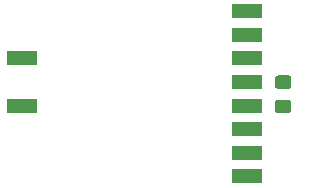
<source format=gbr>
G04 #@! TF.GenerationSoftware,KiCad,Pcbnew,(5.1.6)-1*
G04 #@! TF.CreationDate,2020-11-13T23:12:39+01:00*
G04 #@! TF.ProjectId,AskSin-Analyzer-XS-RPi,41736b53-696e-42d4-916e-616c797a6572,rev?*
G04 #@! TF.SameCoordinates,Original*
G04 #@! TF.FileFunction,Paste,Top*
G04 #@! TF.FilePolarity,Positive*
%FSLAX46Y46*%
G04 Gerber Fmt 4.6, Leading zero omitted, Abs format (unit mm)*
G04 Created by KiCad (PCBNEW (5.1.6)-1) date 2020-11-13 23:12:39*
%MOMM*%
%LPD*%
G01*
G04 APERTURE LIST*
%ADD10R,2.524000X1.200000*%
G04 APERTURE END LIST*
D10*
X136025000Y-88650000D03*
X136025000Y-92650000D03*
X155025000Y-84650000D03*
X155025000Y-86650000D03*
X155025000Y-88650000D03*
X155025000Y-90650000D03*
X155025000Y-92650000D03*
X155025000Y-94650000D03*
X155025000Y-96650000D03*
X155025000Y-98650000D03*
G36*
G01*
X157649999Y-92150000D02*
X158550001Y-92150000D01*
G75*
G02*
X158800000Y-92399999I0J-249999D01*
G01*
X158800000Y-93050001D01*
G75*
G02*
X158550001Y-93300000I-249999J0D01*
G01*
X157649999Y-93300000D01*
G75*
G02*
X157400000Y-93050001I0J249999D01*
G01*
X157400000Y-92399999D01*
G75*
G02*
X157649999Y-92150000I249999J0D01*
G01*
G37*
G36*
G01*
X157649999Y-90100000D02*
X158550001Y-90100000D01*
G75*
G02*
X158800000Y-90349999I0J-249999D01*
G01*
X158800000Y-91000001D01*
G75*
G02*
X158550001Y-91250000I-249999J0D01*
G01*
X157649999Y-91250000D01*
G75*
G02*
X157400000Y-91000001I0J249999D01*
G01*
X157400000Y-90349999D01*
G75*
G02*
X157649999Y-90100000I249999J0D01*
G01*
G37*
M02*

</source>
